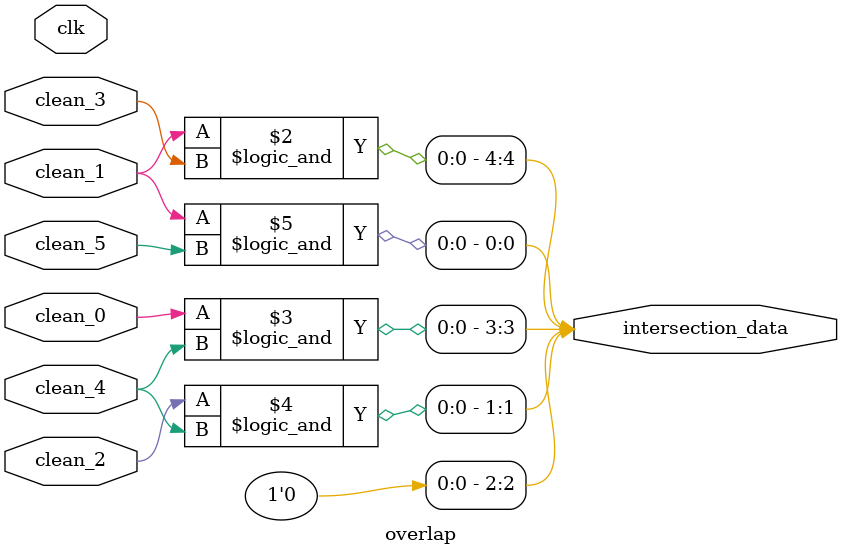
<source format=sv>
`timescale 1ns / 1ps

module overlap(
    input clk,
    input clean_0,
    input clean_1,
    input clean_2,
    input clean_3,
    input clean_4,
    input clean_5,
    
    output logic[4:0] intersection_data
    );

    always_comb begin 
        intersection_data[4] = (clean_1 && clean_3); // North A
        intersection_data[3] = (clean_0 && clean_4); // west B
        //intersection_data[2] = (clean_1 && clean_4); // center C
        intersection_data[2] = 0;
        intersection_data[1] = (clean_2 && clean_4); // east D
        intersection_data[0] = (clean_1 && clean_5); // south E
    end
    
endmodule

</source>
